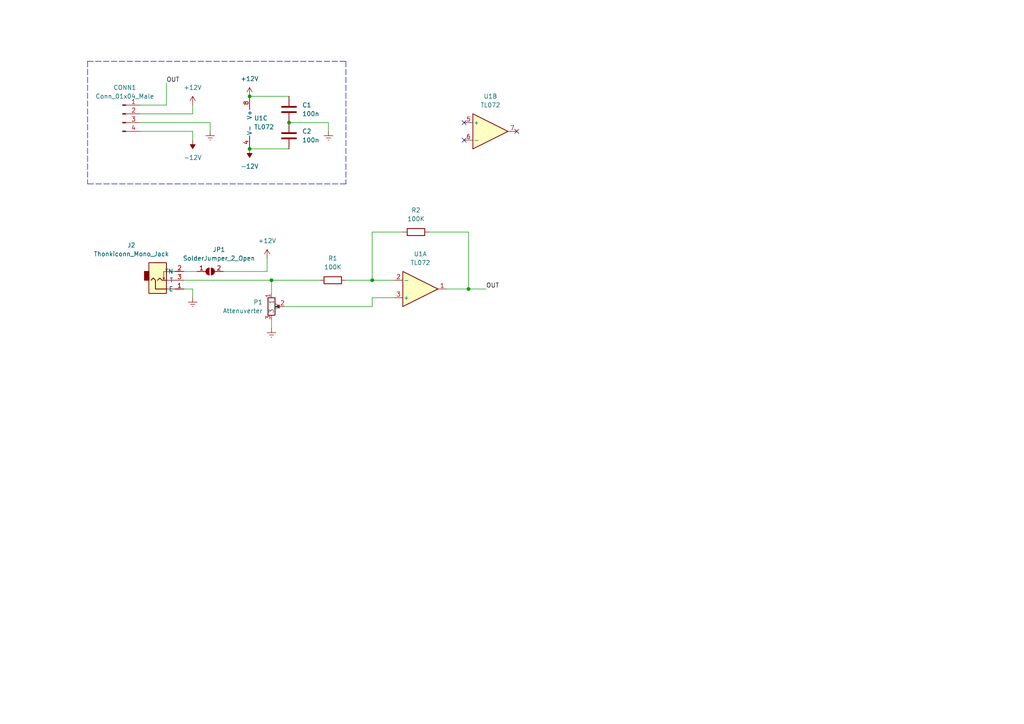
<source format=kicad_sch>
(kicad_sch (version 20211123) (generator eeschema)
  (paper "A4")
  (lib_symbols
    (symbol "Amplifier_Operational:TL072" (pin_names (offset 0.127))
      (property "Reference" "U" (at 0 5.08 0))
      (property "Value" "TL072" (at 0 -5.08 0))
      (symbol "TL072_1_1"
        (polyline (pts (xy -5.08 5.08) (xy 5.08 0) (xy -5.08 -5.08) (xy -5.08 5.08)) (stroke (width 0.254)) (fill (type background)))
        (pin output line (at 7.62 0 180) (length 2.54) (name "~") (number "1"))
        (pin input line (at -7.62 -2.54 0) (length 2.54) (name "-") (number "2"))
        (pin input line (at -7.62 2.54 0) (length 2.54) (name "+") (number "3"))
      )
      (symbol "TL072_2_1"
        (polyline (pts (xy -5.08 5.08) (xy 5.08 0) (xy -5.08 -5.08) (xy -5.08 5.08)) (stroke (width 0.254)) (fill (type background)))
        (pin input line (at -7.62 2.54 0) (length 2.54) (name "+") (number "5"))
        (pin input line (at -7.62 -2.54 0) (length 2.54) (name "-") (number "6"))
        (pin output line (at 7.62 0 180) (length 2.54) (name "~") (number "7"))
      )
      (symbol "TL072_3_1"
        (pin power_in line (at -2.54 -7.62 90) (length 3.81) (name "V-") (number "4"))
        (pin power_in line (at -2.54 7.62 270) (length 3.81) (name "V+") (number "8"))
      )
    )
    (symbol "Connector:Conn_01x04_Male" (pin_names (offset 1.016) hide)
      (property "Reference" "J" (at 0 5.08 0))
      (property "Value" "Conn_01x04_Male" (at 0 -7.62 0))
      (symbol "Conn_01x04_Male_1_1"
        (polyline (pts (xy 1.27 -5.08) (xy 0.8636 -5.08)) (stroke (width 0.1524)))
        (polyline (pts (xy 1.27 -2.54) (xy 0.8636 -2.54)) (stroke (width 0.1524)))
        (polyline (pts (xy 1.27 0) (xy 0.8636 0)) (stroke (width 0.1524)))
        (polyline (pts (xy 1.27 2.54) (xy 0.8636 2.54)) (stroke (width 0.1524)))
        (rectangle (start 0.8636 -4.953) (end 0 -5.207) (stroke (width 0.1524)) (fill (type outline)))
        (rectangle (start 0.8636 -2.413) (end 0 -2.667) (stroke (width 0.1524)) (fill (type outline)))
        (rectangle (start 0.8636 0.127) (end 0 -0.127) (stroke (width 0.1524)) (fill (type outline)))
        (rectangle (start 0.8636 2.667) (end 0 2.413) (stroke (width 0.1524)) (fill (type outline)))
        (pin passive line (at 5.08 2.54 180) (length 3.81) (name "Pin_1") (number "1"))
        (pin passive line (at 5.08 0 180) (length 3.81) (name "Pin_2") (number "2"))
        (pin passive line (at 5.08 -2.54 180) (length 3.81) (name "Pin_3") (number "3"))
        (pin passive line (at 5.08 -5.08 180) (length 3.81) (name "Pin_4") (number "4"))
      )
    )
    (symbol "Device:C" (pin_numbers hide) (pin_names (offset 0.254))
      (property "Reference" "C" (at 0.635 2.54 0))
      (property "Value" "C" (at 0.635 -2.54 0))
      (symbol "C_0_1"
        (polyline (pts (xy -2.032 -0.762) (xy 2.032 -0.762)) (stroke (width 0.508)))
        (polyline (pts (xy -2.032 0.762) (xy 2.032 0.762)) (stroke (width 0.508)))
      )
      (symbol "C_1_1"
        (pin passive line (at 0 3.81 270) (length 2.794) (name "~") (number "1"))
        (pin passive line (at 0 -3.81 90) (length 2.794) (name "~") (number "2"))
      )
    )
    (symbol "Device:R" (pin_numbers hide) (pin_names (offset 0))
      (property "Reference" "R" (at 2.032 0 90))
      (property "Value" "R" (at 0 0 90))
      (symbol "R_0_1"
        (rectangle (start -1.016 -2.54) (end 1.016 2.54) (stroke (width 0.254)))
      )
      (symbol "R_1_1"
        (pin passive line (at 0 3.81 270) (length 1.27) (name "~") (number "1"))
        (pin passive line (at 0 -3.81 90) (length 1.27) (name "~") (number "2"))
      )
    )
    (symbol "Eurorack:Potentiometer_9mm_Vertical_Linear"
      (property "Reference" "P" (at 0 2.54 0))
      (property "Value" "Potentiometer_9mm_Vertical_Linear" (at 0 11.43 0))
      (symbol "Potentiometer_9mm_Vertical_Linear_0_1"
        (polyline (pts (xy 2.54 0) (xy 1.524 0)))
        (polyline (pts (xy 1.143 0) (xy 2.286 0.508) (xy 2.286 -0.508) (xy 1.143 0)) (fill (type outline)))
        (rectangle (start 1.016 2.54) (end -1.016 -2.54) (stroke (width 0.254)))
      )
      (symbol "Potentiometer_9mm_Vertical_Linear_1_1"
        (pin passive line (at 0 3.81 270) (length 1.27) (name "1") (number "1"))
        (pin passive line (at 3.81 0 180) (length 1.27) (name "2") (number "2"))
        (pin passive line (at 0 -3.81 90) (length 1.27) (name "3") (number "3"))
      )
    )
    (symbol "Eurorack:Thonkiconn_Mono_Jack"
      (property "Reference" "J" (at 0 1.27 0))
      (property "Value" "Thonkiconn_Mono_Jack" (at 10.16 3.81 0))
      (symbol "Thonkiconn_Mono_Jack_0_1"
        (rectangle (start -1.27 -2.54) (end 0 -5.08) (stroke (width 0.254)) (fill (type outline)))
        (polyline (pts (xy 4.318 -4.826) (xy 4.572 -4.318)))
        (polyline (pts (xy 8.89 -7.62) (xy 5.08 -7.62)))
        (polyline (pts (xy 8.89 -5.08) (xy 5.08 -5.08)))
        (polyline (pts (xy 2.54 -5.08) (xy 3.175 -4.445) (xy 3.81 -5.08) (xy 5.08 -5.08)) (stroke (width 0.254)))
        (polyline (pts (xy 8.89 -2.54) (xy 4.318 -2.54) (xy 4.318 -4.826) (xy 4.064 -4.318)))
        (polyline (pts (xy 5.08 -7.62) (xy 1.905 -7.62) (xy 1.905 -5.08) (xy 1.27 -4.445) (xy 0.635 -5.08)) (stroke (width 0.254)))
        (rectangle (start 0 0) (end 5.08 -8.89) (stroke (width 0.254)) (fill (type background)))
      )
      (symbol "Thonkiconn_Mono_Jack_1_1"
        (pin passive line (at 10.16 -7.62 180) (length 2.54) (name "E") (number "1"))
        (pin passive line (at 10.16 -2.54 180) (length 2.54) (name "TN") (number "2"))
        (pin passive line (at 10.16 -5.08 180) (length 2.54) (name "T") (number "3"))
      )
    )
    (symbol "Jumper:SolderJumper_2_Open" (pin_names (offset 0) hide)
      (property "Reference" "JP" (at 0 2.032 0))
      (property "Value" "SolderJumper_2_Open" (at 0 -2.54 0))
      (symbol "SolderJumper_2_Open_0_1"
        (arc (start -0.254 1.016) (mid -1.27 0) (end -0.254 -1.016))
        (arc (start -0.254 1.016) (mid -1.27 0) (end -0.254 -1.016) (fill (type outline)))
        (polyline (pts (xy -0.254 1.016) (xy -0.254 -1.016)))
        (polyline (pts (xy 0.254 1.016) (xy 0.254 -1.016)))
        (arc (start 0.254 -1.016) (mid 1.27 0) (end 0.254 1.016))
        (arc (start 0.254 -1.016) (mid 1.27 0) (end 0.254 1.016) (fill (type outline)))
      )
      (symbol "SolderJumper_2_Open_1_1"
        (pin passive line (at -3.81 0 0) (length 2.54) (name "A") (number "1"))
        (pin passive line (at 3.81 0 180) (length 2.54) (name "B") (number "2"))
      )
    )
    (symbol "power:+12V" (power) (pin_names (offset 0))
      (property "Value" "+12V" (at 0 3.556 0))
      (symbol "+12V_0_1"
        (polyline (pts (xy -0.762 1.27) (xy 0 2.54)))
        (polyline (pts (xy 0 0) (xy 0 2.54)))
        (polyline (pts (xy 0 2.54) (xy 0.762 1.27)))
      )
      (symbol "+12V_1_1"
        (pin power_in line (at 0 0 90) (length 0) hide (name "+12V") (number "1"))
      )
    )
    (symbol "power:-12V" (power) (pin_names (offset 0))
      (property "Value" "-12V" (at 0 3.81 0))
      (symbol "-12V_0_0"
        (pin power_in line (at 0 0 90) (length 0) hide (name "-12V") (number "1"))
      )
      (symbol "-12V_0_1"
        (polyline (pts (xy 0 0) (xy 0 1.27) (xy 0.762 1.27) (xy 0 2.54) (xy -0.762 1.27) (xy 0 1.27)) (fill (type outline)))
      )
    )
    (symbol "power:Earth" (power) (pin_names (offset 0))
      (symbol "Earth_0_1"
        (polyline (pts (xy -0.635 -1.905) (xy 0.635 -1.905)))
        (polyline (pts (xy -0.127 -2.54) (xy 0.127 -2.54)))
        (polyline (pts (xy 0 -1.27) (xy 0 0)))
        (polyline (pts (xy 1.27 -1.27) (xy -1.27 -1.27)))
      )
      (symbol "Earth_1_1"
        (pin power_in line (at 0 0 270) (length 0) hide (name "Earth") (number "1"))
      )
    )
  )
  (junction (at 107.95 81.28))
  (junction (at 83.82 35.56))
  (junction (at 72.39 27.94))
  (junction (at 135.89 83.82))
  (junction (at 72.39 43.18))
  (junction (at 78.74 81.28))
  (no_connect (at 134.62 40.64))
  (no_connect (at 134.62 35.56))
  (no_connect (at 149.86 38.1))
  (wire (pts (xy 40.64 38.1) (xy 55.88 38.1)))
  (wire (pts (xy 77.47 78.74) (xy 77.47 74.93)))
  (wire (pts (xy 60.96 38.1) (xy 60.96 35.56)))
  (wire (pts (xy 55.88 86.36) (xy 55.88 83.82)))
  (wire (pts (xy 55.88 40.64) (xy 55.88 38.1)))
  (wire (pts (xy 95.25 38.1) (xy 95.25 35.56)))
  (wire (pts (xy 114.3 86.36) (xy 107.95 86.36)))
  (wire (pts (xy 64.77 78.74) (xy 77.47 78.74)))
  (wire (pts (xy 72.39 43.18) (xy 83.82 43.18)))
  (wire (pts (xy 107.95 67.31) (xy 107.95 81.28)))
  (polyline (pts (xy 25.4 17.78) (xy 25.4 53.34)))
  (wire (pts (xy 78.74 81.28) (xy 92.71 81.28)))
  (wire (pts (xy 107.95 86.36) (xy 107.95 88.9)))
  (polyline (pts (xy 100.33 17.78) (xy 100.33 53.34)))
  (wire (pts (xy 72.39 27.94) (xy 83.82 27.94)))
  (wire (pts (xy 95.25 35.56) (xy 83.82 35.56)))
  (wire (pts (xy 40.64 35.56) (xy 60.96 35.56)))
  (wire (pts (xy 78.74 92.71) (xy 78.74 95.25)))
  (wire (pts (xy 124.46 67.31) (xy 135.89 67.31)))
  (wire (pts (xy 107.95 88.9) (xy 82.55 88.9)))
  (polyline (pts (xy 25.4 17.78) (xy 100.33 17.78)))
  (wire (pts (xy 78.74 85.09) (xy 78.74 81.28)))
  (wire (pts (xy 135.89 67.31) (xy 135.89 83.82)))
  (wire (pts (xy 135.89 83.82) (xy 129.54 83.82)))
  (wire (pts (xy 55.88 83.82) (xy 53.34 83.82)))
  (wire (pts (xy 135.89 83.82) (xy 140.97 83.82)))
  (wire (pts (xy 107.95 81.28) (xy 114.3 81.28)))
  (wire (pts (xy 53.34 78.74) (xy 57.15 78.74)))
  (wire (pts (xy 55.88 30.48) (xy 55.88 33.02)))
  (polyline (pts (xy 100.33 53.34) (xy 25.4 53.34)))
  (wire (pts (xy 100.33 81.28) (xy 107.95 81.28)))
  (wire (pts (xy 78.74 81.28) (xy 53.34 81.28)))
  (wire (pts (xy 116.84 67.31) (xy 107.95 67.31)))
  (wire (pts (xy 40.64 33.02) (xy 55.88 33.02)))
  (wire (pts (xy 48.26 24.13) (xy 48.26 30.48)))
  (wire (pts (xy 48.26 30.48) (xy 40.64 30.48)))
  (label "OUT" (at 48.26 24.13 0))
  (label "OUT" (at 140.97 83.82 0))
  (symbol (lib_id "Eurorack:Thonkiconn_Mono_Jack") (at 43.18 76.2 0) (unit 1)
    (property "Reference" "J2" (at 38.1 71.12 0))
    (property "Value" "Thonkiconn_Mono_Jack" (at 38.1 73.66 0))
    (property "Footprint" "Eurorack:Thonkiconn Mono Jack" (effects hide))
  )
  (symbol (lib_id "power:Earth") (at 60.96 38.1 0) (unit 1)
    (property "Reference" "#PWR04" (effects hide))
    (property "Value" "Earth" (effects hide))
  )
  (symbol (lib_id "Amplifier_Operational:TL072") (at 142.24 38.1 0) (unit 2)
    (property "Reference" "U1" (at 142.24 27.94 0))
    (property "Value" "TL072" (at 142.24 30.48 0))
    (property "Footprint" "Package_SO:SOIC-8_3.9x4.9mm_P1.27mm" (effects hide))
    (property "Datasheet" "http://www.ti.com/lit/ds/symlink/tl071.pdf" (effects hide))
  )
  (symbol (lib_id "power:+12V") (at 55.88 30.48 0) (unit 1)
    (property "Reference" "#PWR01" (effects hide))
    (property "Value" "+12V" (at 55.88 25.4 0))
  )
  (symbol (lib_id "Amplifier_Operational:TL072") (at 74.93 35.56 0) (unit 3)
    (property "Reference" "U1" (at 73.66 34.2899 0) (effects (justify left)))
    (property "Value" "TL072" (at 73.66 36.8299 0) (effects (justify left)))
    (property "Footprint" "Package_SO:SOIC-8_3.9x4.9mm_P1.27mm" (effects hide))
    (property "Datasheet" "http://www.ti.com/lit/ds/symlink/tl071.pdf" (effects hide))
  )
  (symbol (lib_id "Device:C") (at 83.82 31.75 0) (unit 1)
    (property "Reference" "C1" (at 87.63 30.4799 0) (effects (justify left)))
    (property "Value" "100n" (at 87.63 33.0199 0) (effects (justify left)))
    (property "Footprint" "Capacitor_SMD:C_0805_2012Metric_Pad1.18x1.45mm_HandSolder" (effects hide))
  )
  (symbol (lib_id "power:Earth") (at 55.88 86.36 0) (unit 1)
    (property "Reference" "#PWR03" (effects hide))
    (property "Value" "Earth" (effects hide))
  )
  (symbol (lib_id "Amplifier_Operational:TL072") (at 121.92 83.82 0) (mirror x) (unit 1)
    (property "Reference" "U1" (at 121.92 73.66 0))
    (property "Value" "TL072" (at 121.92 76.2 0))
    (property "Footprint" "Package_SO:SOIC-8_3.9x4.9mm_P1.27mm" (effects hide))
    (property "Datasheet" "http://www.ti.com/lit/ds/symlink/tl071.pdf" (effects hide))
  )
  (symbol (lib_id "Jumper:SolderJumper_2_Open") (at 60.96 78.74 0) (unit 1)
    (property "Reference" "JP1" (at 63.5 72.39 0))
    (property "Value" "SolderJumper_2_Open" (at 63.5 74.93 0))
    (property "Footprint" "Jumper:SolderJumper-2_P1.3mm_Open_RoundedPad1.0x1.5mm" (effects hide))
  )
  (symbol (lib_id "power:Earth") (at 95.25 38.1 0) (unit 1)
    (property "Reference" "#PWR09" (effects hide))
    (property "Value" "Earth" (effects hide))
  )
  (symbol (lib_id "Device:C") (at 83.82 39.37 0) (unit 1)
    (property "Reference" "C2" (at 87.63 38.0999 0) (effects (justify left)))
    (property "Value" "100n" (at 87.63 40.6399 0) (effects (justify left)))
    (property "Footprint" "Capacitor_SMD:C_0805_2012Metric_Pad1.18x1.45mm_HandSolder" (effects hide))
  )
  (symbol (lib_id "power:-12V") (at 72.39 43.18 180) (unit 1)
    (property "Reference" "#PWR06" (effects hide))
    (property "Value" "-12V" (at 72.39 48.26 0))
  )
  (symbol (lib_id "power:-12V") (at 55.88 40.64 180) (unit 1)
    (property "Reference" "#PWR02" (effects hide))
    (property "Value" "-12V" (at 55.88 45.72 0))
  )
  (symbol (lib_id "power:+12V") (at 72.39 27.94 0) (unit 1)
    (property "Reference" "#PWR05" (effects hide))
    (property "Value" "+12V" (at 72.39 22.86 0))
  )
  (symbol (lib_id "power:Earth") (at 78.74 95.25 0) (unit 1)
    (property "Reference" "#PWR08" (effects hide))
    (property "Value" "Earth" (effects hide))
  )
  (symbol (lib_id "Device:R") (at 120.65 67.31 90) (unit 1)
    (property "Reference" "R2" (at 120.65 60.96 90))
    (property "Value" "100K" (at 120.65 63.5 90))
    (property "Footprint" "Resistor_SMD:R_0805_2012Metric_Pad1.20x1.40mm_HandSolder" (effects hide))
  )
  (symbol (lib_id "power:+12V") (at 77.47 74.93 0) (unit 1)
    (property "Reference" "#PWR07" (effects hide))
    (property "Value" "+12V" (at 77.47 69.85 0))
  )
  (symbol (lib_id "Device:R") (at 96.52 81.28 90) (unit 1)
    (property "Reference" "R1" (at 96.52 74.93 90))
    (property "Value" "100K" (at 96.52 77.47 90))
    (property "Footprint" "Resistor_SMD:R_0805_2012Metric_Pad1.20x1.40mm_HandSolder" (effects hide))
  )
  (symbol (lib_id "Eurorack:Potentiometer_9mm_Vertical_Linear") (at 78.74 88.9 0) (unit 1)
    (property "Reference" "P1" (at 76.2 87.6299 0) (effects (justify right)))
    (property "Value" "Attenuverter" (at 76.2 90.1699 0) (effects (justify right)))
    (property "Footprint" "Eurorack:Potentiometer 9mm Vertical Linear Centred" (effects hide))
  )
  (symbol (lib_id "Connector:Conn_01x04_Male") (at 35.56 33.02 0) (unit 1)
    (property "Reference" "CONN1" (at 36.195 25.4 0))
    (property "Value" "Conn_01x04_Male" (at 36.195 27.94 0))
    (property "Footprint" "Connector_PinHeader_2.54mm:PinHeader_1x04_P2.54mm_Vertical" (effects hide))
  )
)
</source>
